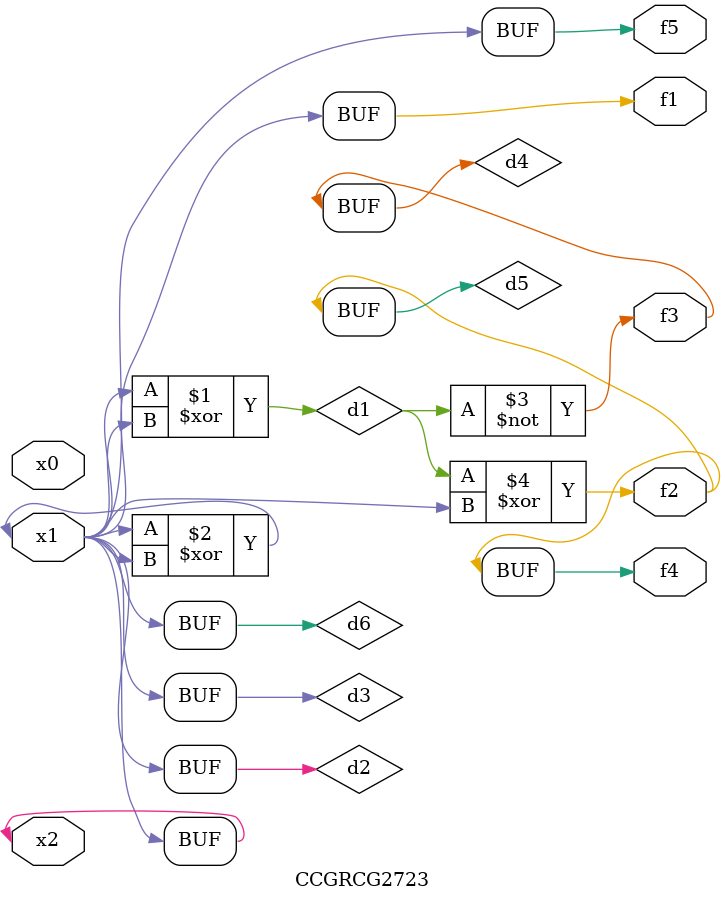
<source format=v>
module CCGRCG2723(
	input x0, x1, x2,
	output f1, f2, f3, f4, f5
);

	wire d1, d2, d3, d4, d5, d6;

	xor (d1, x1, x2);
	buf (d2, x1, x2);
	xor (d3, x1, x2);
	nor (d4, d1);
	xor (d5, d1, d2);
	buf (d6, d2, d3);
	assign f1 = d6;
	assign f2 = d5;
	assign f3 = d4;
	assign f4 = d5;
	assign f5 = d6;
endmodule

</source>
